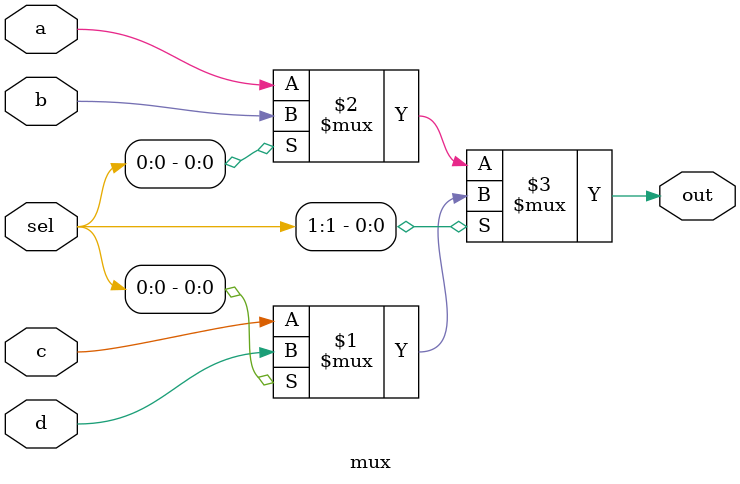
<source format=sv>
`timescale 1ns / 1ps

module mux ( input a,                 // 4-bit input called a
                         input  b,                 // 4-bit input called b
                         input  c,                 // 4-bit input called c
                         input  d,                 // 4-bit input called d
                         input [1:0] sel,               // input sel used to select between a,b,c,d
                         output  out);             // 4-bit output based on input sel

   // When sel[1] is 0, (sel[0]? b:a) is selected and when sel[1] is 1, (sel[0] ? d:c) is taken
   // When sel[0] is 0, a is sent to output, else b and when sel[0] is 0, c is sent to output, else d
   assign out = sel[1] ? (sel[0] ? d : c) : (sel[0] ? b : a);

endmodule
</source>
